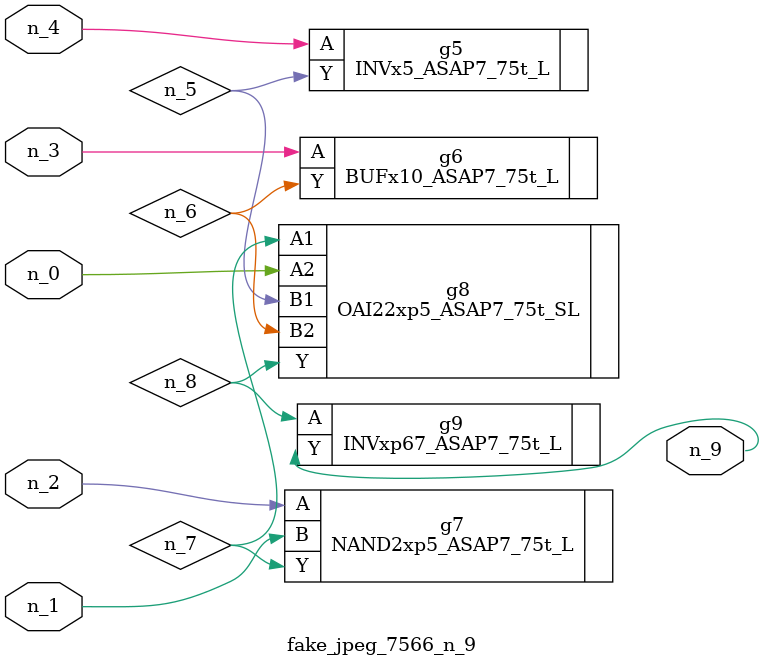
<source format=v>
module fake_jpeg_7566_n_9 (n_3, n_2, n_1, n_0, n_4, n_9);

input n_3;
input n_2;
input n_1;
input n_0;
input n_4;

output n_9;

wire n_8;
wire n_6;
wire n_5;
wire n_7;

INVx5_ASAP7_75t_L g5 ( 
.A(n_4),
.Y(n_5)
);

BUFx10_ASAP7_75t_L g6 ( 
.A(n_3),
.Y(n_6)
);

NAND2xp5_ASAP7_75t_L g7 ( 
.A(n_2),
.B(n_1),
.Y(n_7)
);

OAI22xp5_ASAP7_75t_SL g8 ( 
.A1(n_7),
.A2(n_0),
.B1(n_5),
.B2(n_6),
.Y(n_8)
);

INVxp67_ASAP7_75t_L g9 ( 
.A(n_8),
.Y(n_9)
);


endmodule
</source>
